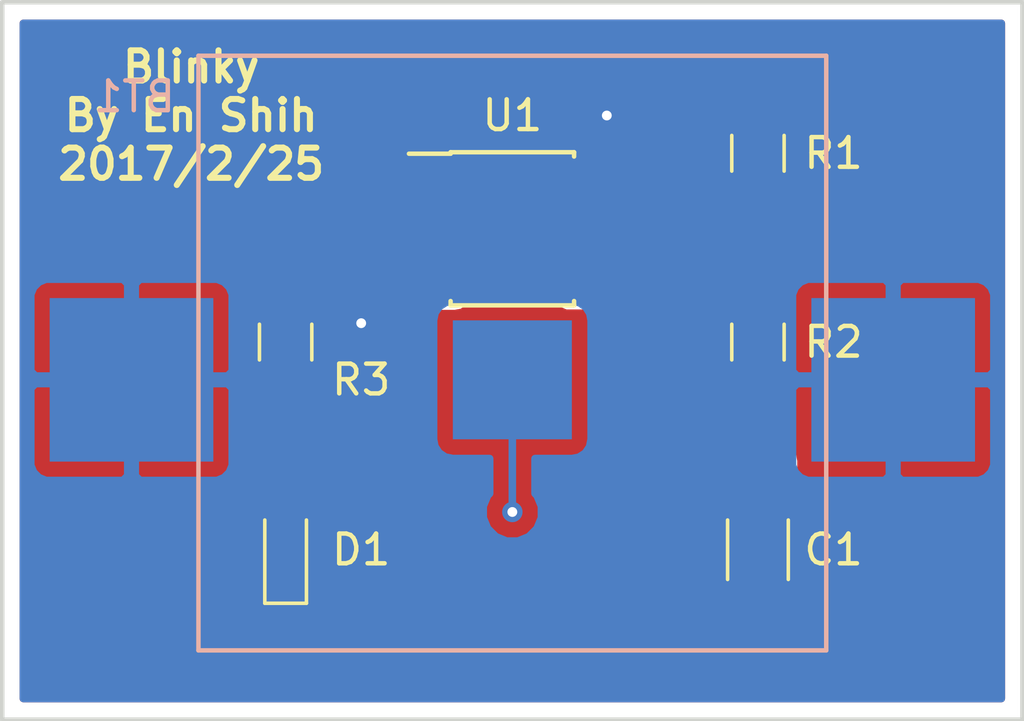
<source format=kicad_pcb>
(kicad_pcb (version 4) (host pcbnew 4.0.5)

  (general
    (links 15)
    (no_connects 0)
    (area 106.604999 80.886 141.045001 105.485001)
    (thickness 1.6)
    (drawings 5)
    (tracks 27)
    (zones 0)
    (modules 7)
    (nets 7)
  )

  (page A4)
  (layers
    (0 F.Cu signal)
    (31 B.Cu signal hide)
    (32 B.Adhes user)
    (33 F.Adhes user)
    (34 B.Paste user)
    (35 F.Paste user)
    (36 B.SilkS user)
    (37 F.SilkS user)
    (38 B.Mask user)
    (39 F.Mask user)
    (40 Dwgs.User user)
    (41 Cmts.User user)
    (42 Eco1.User user)
    (43 Eco2.User user)
    (44 Edge.Cuts user)
    (45 Margin user)
    (46 B.CrtYd user)
    (47 F.CrtYd user)
    (48 B.Fab user)
    (49 F.Fab user)
  )

  (setup
    (last_trace_width 0.254)
    (trace_clearance 0.254)
    (zone_clearance 0.508)
    (zone_45_only no)
    (trace_min 0.1524)
    (segment_width 0.2)
    (edge_width 0.15)
    (via_size 0.6858)
    (via_drill 0.3302)
    (via_min_size 0.6858)
    (via_min_drill 0.3302)
    (uvia_size 0.3)
    (uvia_drill 0.1)
    (uvias_allowed no)
    (uvia_min_size 0)
    (uvia_min_drill 0)
    (pcb_text_width 0.3)
    (pcb_text_size 1.5 1.5)
    (mod_edge_width 0.15)
    (mod_text_size 1 1)
    (mod_text_width 0.15)
    (pad_size 1.524 1.524)
    (pad_drill 0.762)
    (pad_to_mask_clearance 0.2)
    (aux_axis_origin 0 0)
    (visible_elements FFFFFF7F)
    (pcbplotparams
      (layerselection 0x010f0_80000001)
      (usegerberextensions false)
      (excludeedgelayer true)
      (linewidth 0.100000)
      (plotframeref false)
      (viasonmask false)
      (mode 1)
      (useauxorigin false)
      (hpglpennumber 1)
      (hpglpenspeed 20)
      (hpglpendiameter 15)
      (hpglpenoverlay 2)
      (psnegative false)
      (psa4output false)
      (plotreference true)
      (plotvalue false)
      (plotinvisibletext false)
      (padsonsilk false)
      (subtractmaskfromsilk true)
      (outputformat 1)
      (mirror false)
      (drillshape 0)
      (scaleselection 1)
      (outputdirectory GERBERS/))
  )

  (net 0 "")
  (net 1 "Net-(C1-Pad1)")
  (net 2 GND)
  (net 3 "Net-(D1-Pad2)")
  (net 4 /VDD)
  (net 5 "Net-(R1-Pad2)")
  (net 6 "Net-(R3-Pad1)")

  (net_class Default "This is the default net class."
    (clearance 0.254)
    (trace_width 0.254)
    (via_dia 0.6858)
    (via_drill 0.3302)
    (uvia_dia 0.3)
    (uvia_drill 0.1)
    (add_net /VDD)
    (add_net GND)
    (add_net "Net-(C1-Pad1)")
    (add_net "Net-(D1-Pad2)")
    (add_net "Net-(R1-Pad2)")
    (add_net "Net-(R3-Pad1)")
  )

  (module Capacitors_SMD:C_1206_HandSoldering (layer F.Cu) (tedit 58B13B22) (tstamp 58B12620)
    (at 132.08 99.695 270)
    (descr "Capacitor SMD 1206, hand soldering")
    (tags "capacitor 1206")
    (path /58B121C9)
    (attr smd)
    (fp_text reference C1 (at 0 -2.54 360) (layer F.SilkS)
      (effects (font (size 1 1) (thickness 0.15)))
    )
    (fp_text value 1u (at 0 2 270) (layer F.Fab)
      (effects (font (size 1 1) (thickness 0.15)))
    )
    (fp_text user %R (at 0 -2.54 360) (layer F.Fab)
      (effects (font (size 1 1) (thickness 0.15)))
    )
    (fp_line (start -1.6 0.8) (end -1.6 -0.8) (layer F.Fab) (width 0.1))
    (fp_line (start 1.6 0.8) (end -1.6 0.8) (layer F.Fab) (width 0.1))
    (fp_line (start 1.6 -0.8) (end 1.6 0.8) (layer F.Fab) (width 0.1))
    (fp_line (start -1.6 -0.8) (end 1.6 -0.8) (layer F.Fab) (width 0.1))
    (fp_line (start 1 -1.02) (end -1 -1.02) (layer F.SilkS) (width 0.12))
    (fp_line (start -1 1.02) (end 1 1.02) (layer F.SilkS) (width 0.12))
    (fp_line (start -3.25 -1.05) (end 3.25 -1.05) (layer F.CrtYd) (width 0.05))
    (fp_line (start -3.25 -1.05) (end -3.25 1.05) (layer F.CrtYd) (width 0.05))
    (fp_line (start 3.25 1.05) (end 3.25 -1.05) (layer F.CrtYd) (width 0.05))
    (fp_line (start 3.25 1.05) (end -3.25 1.05) (layer F.CrtYd) (width 0.05))
    (pad 1 smd rect (at -2 0 270) (size 2 1.6) (layers F.Cu F.Paste F.Mask)
      (net 1 "Net-(C1-Pad1)"))
    (pad 2 smd rect (at 2 0 270) (size 2 1.6) (layers F.Cu F.Paste F.Mask)
      (net 2 GND))
    (model Capacitors_SMD.3dshapes/C_1206.wrl
      (at (xyz 0 0 0))
      (scale (xyz 1 1 1))
      (rotate (xyz 0 0 0))
    )
  )

  (module LEDs:LED_0805 (layer F.Cu) (tedit 58B13BAD) (tstamp 58B12626)
    (at 116.205 99.695 90)
    (descr "LED 0805 smd package")
    (tags "LED led 0805 SMD smd SMT smt smdled SMDLED smtled SMTLED")
    (path /58B12545)
    (attr smd)
    (fp_text reference D1 (at 0 2.54 180) (layer F.SilkS)
      (effects (font (size 1 1) (thickness 0.15)))
    )
    (fp_text value LED_ALT (at 0 1.55 90) (layer F.Fab)
      (effects (font (size 1 1) (thickness 0.15)))
    )
    (fp_line (start -1.8 -0.7) (end -1.8 0.7) (layer F.SilkS) (width 0.12))
    (fp_line (start -0.4 -0.4) (end -0.4 0.4) (layer F.Fab) (width 0.1))
    (fp_line (start -0.4 0) (end 0.2 -0.4) (layer F.Fab) (width 0.1))
    (fp_line (start 0.2 0.4) (end -0.4 0) (layer F.Fab) (width 0.1))
    (fp_line (start 0.2 -0.4) (end 0.2 0.4) (layer F.Fab) (width 0.1))
    (fp_line (start 1 0.6) (end -1 0.6) (layer F.Fab) (width 0.1))
    (fp_line (start 1 -0.6) (end 1 0.6) (layer F.Fab) (width 0.1))
    (fp_line (start -1 -0.6) (end 1 -0.6) (layer F.Fab) (width 0.1))
    (fp_line (start -1 0.6) (end -1 -0.6) (layer F.Fab) (width 0.1))
    (fp_line (start -1.8 0.7) (end 1 0.7) (layer F.SilkS) (width 0.12))
    (fp_line (start -1.8 -0.7) (end 1 -0.7) (layer F.SilkS) (width 0.12))
    (fp_line (start 1.95 -0.85) (end 1.95 0.85) (layer F.CrtYd) (width 0.05))
    (fp_line (start 1.95 0.85) (end -1.95 0.85) (layer F.CrtYd) (width 0.05))
    (fp_line (start -1.95 0.85) (end -1.95 -0.85) (layer F.CrtYd) (width 0.05))
    (fp_line (start -1.95 -0.85) (end 1.95 -0.85) (layer F.CrtYd) (width 0.05))
    (pad 2 smd rect (at 1.1 0 270) (size 1.2 1.2) (layers F.Cu F.Paste F.Mask)
      (net 3 "Net-(D1-Pad2)"))
    (pad 1 smd rect (at -1.1 0 270) (size 1.2 1.2) (layers F.Cu F.Paste F.Mask)
      (net 2 GND))
    (model LEDs.3dshapes/LED_0805.wrl
      (at (xyz 0 0 0))
      (scale (xyz 1 1 1))
      (rotate (xyz 0 0 180))
    )
  )

  (module Resistors_SMD:R_0805_HandSoldering (layer F.Cu) (tedit 58B13B36) (tstamp 58B1262C)
    (at 132.08 86.36 270)
    (descr "Resistor SMD 0805, hand soldering")
    (tags "resistor 0805")
    (path /58B1204A)
    (attr smd)
    (fp_text reference R1 (at 0 -2.54 360) (layer F.SilkS)
      (effects (font (size 1 1) (thickness 0.15)))
    )
    (fp_text value 1K (at 0 1.75 270) (layer F.Fab)
      (effects (font (size 1 1) (thickness 0.15)))
    )
    (fp_text user %R (at 0 -2.54 360) (layer F.Fab)
      (effects (font (size 1 1) (thickness 0.15)))
    )
    (fp_line (start -1 0.62) (end -1 -0.62) (layer F.Fab) (width 0.1))
    (fp_line (start 1 0.62) (end -1 0.62) (layer F.Fab) (width 0.1))
    (fp_line (start 1 -0.62) (end 1 0.62) (layer F.Fab) (width 0.1))
    (fp_line (start -1 -0.62) (end 1 -0.62) (layer F.Fab) (width 0.1))
    (fp_line (start 0.6 0.88) (end -0.6 0.88) (layer F.SilkS) (width 0.12))
    (fp_line (start -0.6 -0.88) (end 0.6 -0.88) (layer F.SilkS) (width 0.12))
    (fp_line (start -2.35 -0.9) (end 2.35 -0.9) (layer F.CrtYd) (width 0.05))
    (fp_line (start -2.35 -0.9) (end -2.35 0.9) (layer F.CrtYd) (width 0.05))
    (fp_line (start 2.35 0.9) (end 2.35 -0.9) (layer F.CrtYd) (width 0.05))
    (fp_line (start 2.35 0.9) (end -2.35 0.9) (layer F.CrtYd) (width 0.05))
    (pad 1 smd rect (at -1.35 0 270) (size 1.5 1.3) (layers F.Cu F.Paste F.Mask)
      (net 4 /VDD))
    (pad 2 smd rect (at 1.35 0 270) (size 1.5 1.3) (layers F.Cu F.Paste F.Mask)
      (net 5 "Net-(R1-Pad2)"))
    (model Resistors_SMD.3dshapes/R_0805.wrl
      (at (xyz 0 0 0))
      (scale (xyz 1 1 1))
      (rotate (xyz 0 0 0))
    )
  )

  (module Resistors_SMD:R_0805_HandSoldering (layer F.Cu) (tedit 58B13B99) (tstamp 58B12632)
    (at 132.08 92.71 270)
    (descr "Resistor SMD 0805, hand soldering")
    (tags "resistor 0805")
    (path /58B1218F)
    (attr smd)
    (fp_text reference R2 (at 0 -2.54 360) (layer F.SilkS)
      (effects (font (size 1 1) (thickness 0.15)))
    )
    (fp_text value 470K (at 0 1.75 270) (layer F.Fab)
      (effects (font (size 1 1) (thickness 0.15)))
    )
    (fp_text user %R (at 0 -2.54 540) (layer F.Fab)
      (effects (font (size 1 1) (thickness 0.15)))
    )
    (fp_line (start -1 0.62) (end -1 -0.62) (layer F.Fab) (width 0.1))
    (fp_line (start 1 0.62) (end -1 0.62) (layer F.Fab) (width 0.1))
    (fp_line (start 1 -0.62) (end 1 0.62) (layer F.Fab) (width 0.1))
    (fp_line (start -1 -0.62) (end 1 -0.62) (layer F.Fab) (width 0.1))
    (fp_line (start 0.6 0.88) (end -0.6 0.88) (layer F.SilkS) (width 0.12))
    (fp_line (start -0.6 -0.88) (end 0.6 -0.88) (layer F.SilkS) (width 0.12))
    (fp_line (start -2.35 -0.9) (end 2.35 -0.9) (layer F.CrtYd) (width 0.05))
    (fp_line (start -2.35 -0.9) (end -2.35 0.9) (layer F.CrtYd) (width 0.05))
    (fp_line (start 2.35 0.9) (end 2.35 -0.9) (layer F.CrtYd) (width 0.05))
    (fp_line (start 2.35 0.9) (end -2.35 0.9) (layer F.CrtYd) (width 0.05))
    (pad 1 smd rect (at -1.35 0 270) (size 1.5 1.3) (layers F.Cu F.Paste F.Mask)
      (net 5 "Net-(R1-Pad2)"))
    (pad 2 smd rect (at 1.35 0 270) (size 1.5 1.3) (layers F.Cu F.Paste F.Mask)
      (net 1 "Net-(C1-Pad1)"))
    (model Resistors_SMD.3dshapes/R_0805.wrl
      (at (xyz 0 0 0))
      (scale (xyz 1 1 1))
      (rotate (xyz 0 0 0))
    )
  )

  (module Resistors_SMD:R_0805_HandSoldering (layer F.Cu) (tedit 58B13B13) (tstamp 58B12638)
    (at 116.205 92.71 270)
    (descr "Resistor SMD 0805, hand soldering")
    (tags "resistor 0805")
    (path /58B12464)
    (attr smd)
    (fp_text reference R3 (at 1.27 -2.54 360) (layer F.SilkS)
      (effects (font (size 1 1) (thickness 0.15)))
    )
    (fp_text value 1K (at 0 1.75 270) (layer F.Fab)
      (effects (font (size 1 1) (thickness 0.15)))
    )
    (fp_text user %R (at 1.27 -2.54 360) (layer F.Fab)
      (effects (font (size 1 1) (thickness 0.15)))
    )
    (fp_line (start -1 0.62) (end -1 -0.62) (layer F.Fab) (width 0.1))
    (fp_line (start 1 0.62) (end -1 0.62) (layer F.Fab) (width 0.1))
    (fp_line (start 1 -0.62) (end 1 0.62) (layer F.Fab) (width 0.1))
    (fp_line (start -1 -0.62) (end 1 -0.62) (layer F.Fab) (width 0.1))
    (fp_line (start 0.6 0.88) (end -0.6 0.88) (layer F.SilkS) (width 0.12))
    (fp_line (start -0.6 -0.88) (end 0.6 -0.88) (layer F.SilkS) (width 0.12))
    (fp_line (start -2.35 -0.9) (end 2.35 -0.9) (layer F.CrtYd) (width 0.05))
    (fp_line (start -2.35 -0.9) (end -2.35 0.9) (layer F.CrtYd) (width 0.05))
    (fp_line (start 2.35 0.9) (end 2.35 -0.9) (layer F.CrtYd) (width 0.05))
    (fp_line (start 2.35 0.9) (end -2.35 0.9) (layer F.CrtYd) (width 0.05))
    (pad 1 smd rect (at -1.35 0 270) (size 1.5 1.3) (layers F.Cu F.Paste F.Mask)
      (net 6 "Net-(R3-Pad1)"))
    (pad 2 smd rect (at 1.35 0 270) (size 1.5 1.3) (layers F.Cu F.Paste F.Mask)
      (net 3 "Net-(D1-Pad2)"))
    (model Resistors_SMD.3dshapes/R_0805.wrl
      (at (xyz 0 0 0))
      (scale (xyz 1 1 1))
      (rotate (xyz 0 0 0))
    )
  )

  (module Housings_SOIC:SOIC-8_3.9x4.9mm_Pitch1.27mm (layer F.Cu) (tedit 58B13B2A) (tstamp 58B12644)
    (at 123.825 88.9)
    (descr "8-Lead Plastic Small Outline (SN) - Narrow, 3.90 mm Body [SOIC] (see Microchip Packaging Specification 00000049BS.pdf)")
    (tags "SOIC 1.27")
    (path /58B11DDE)
    (attr smd)
    (fp_text reference U1 (at 0 -3.81) (layer F.SilkS)
      (effects (font (size 1 1) (thickness 0.15)))
    )
    (fp_text value 7555 (at 0 3.5) (layer F.Fab)
      (effects (font (size 1 1) (thickness 0.15)))
    )
    (fp_line (start -0.95 -2.45) (end 1.95 -2.45) (layer F.Fab) (width 0.15))
    (fp_line (start 1.95 -2.45) (end 1.95 2.45) (layer F.Fab) (width 0.15))
    (fp_line (start 1.95 2.45) (end -1.95 2.45) (layer F.Fab) (width 0.15))
    (fp_line (start -1.95 2.45) (end -1.95 -1.45) (layer F.Fab) (width 0.15))
    (fp_line (start -1.95 -1.45) (end -0.95 -2.45) (layer F.Fab) (width 0.15))
    (fp_line (start -3.75 -2.75) (end -3.75 2.75) (layer F.CrtYd) (width 0.05))
    (fp_line (start 3.75 -2.75) (end 3.75 2.75) (layer F.CrtYd) (width 0.05))
    (fp_line (start -3.75 -2.75) (end 3.75 -2.75) (layer F.CrtYd) (width 0.05))
    (fp_line (start -3.75 2.75) (end 3.75 2.75) (layer F.CrtYd) (width 0.05))
    (fp_line (start -2.075 -2.575) (end -2.075 -2.525) (layer F.SilkS) (width 0.15))
    (fp_line (start 2.075 -2.575) (end 2.075 -2.43) (layer F.SilkS) (width 0.15))
    (fp_line (start 2.075 2.575) (end 2.075 2.43) (layer F.SilkS) (width 0.15))
    (fp_line (start -2.075 2.575) (end -2.075 2.43) (layer F.SilkS) (width 0.15))
    (fp_line (start -2.075 -2.575) (end 2.075 -2.575) (layer F.SilkS) (width 0.15))
    (fp_line (start -2.075 2.575) (end 2.075 2.575) (layer F.SilkS) (width 0.15))
    (fp_line (start -2.075 -2.525) (end -3.475 -2.525) (layer F.SilkS) (width 0.15))
    (pad 1 smd rect (at -2.7 -1.905) (size 1.55 0.6) (layers F.Cu F.Paste F.Mask)
      (net 2 GND))
    (pad 2 smd rect (at -2.7 -0.635) (size 1.55 0.6) (layers F.Cu F.Paste F.Mask)
      (net 1 "Net-(C1-Pad1)"))
    (pad 3 smd rect (at -2.7 0.635) (size 1.55 0.6) (layers F.Cu F.Paste F.Mask)
      (net 6 "Net-(R3-Pad1)"))
    (pad 4 smd rect (at -2.7 1.905) (size 1.55 0.6) (layers F.Cu F.Paste F.Mask)
      (net 4 /VDD))
    (pad 5 smd rect (at 2.7 1.905) (size 1.55 0.6) (layers F.Cu F.Paste F.Mask)
      (net 2 GND))
    (pad 6 smd rect (at 2.7 0.635) (size 1.55 0.6) (layers F.Cu F.Paste F.Mask)
      (net 1 "Net-(C1-Pad1)"))
    (pad 7 smd rect (at 2.7 -0.635) (size 1.55 0.6) (layers F.Cu F.Paste F.Mask)
      (net 5 "Net-(R1-Pad2)"))
    (pad 8 smd rect (at 2.7 -1.905) (size 1.55 0.6) (layers F.Cu F.Paste F.Mask)
      (net 4 /VDD))
    (model Housings_SOIC.3dshapes/SOIC-8_3.9x4.9mm_Pitch1.27mm.wrl
      (at (xyz 0 0 0))
      (scale (xyz 1 1 1))
      (rotate (xyz 0 0 0))
    )
  )

  (module Blinky:S8211R (layer B.Cu) (tedit 58B13A6A) (tstamp 58B129D2)
    (at 123.825 93.98 180)
    (path /58B129B8)
    (fp_text reference BT1 (at 12.7 9.525 180) (layer B.SilkS)
      (effects (font (size 1 1) (thickness 0.15)) (justify mirror))
    )
    (fp_text value Battery (at -7.62 12.065 180) (layer B.Fab)
      (effects (font (size 1 1) (thickness 0.15)) (justify mirror))
    )
    (fp_line (start -10.55 10.9) (end -10.55 -9.1) (layer B.SilkS) (width 0.15))
    (fp_line (start 10.55 -9.1) (end 10.55 10.9) (layer B.SilkS) (width 0.15))
    (fp_line (start -10.55 -9.1) (end 10.55 -9.1) (layer B.SilkS) (width 0.15))
    (fp_line (start -10.55 10.9) (end 10.55 10.9) (layer B.SilkS) (width 0.15))
    (pad 2 smd rect (at 0 0 180) (size 4 4) (layers B.Cu B.Paste B.Mask)
      (net 2 GND))
    (pad 1 smd rect (at -12.8 0 180) (size 5.5 5.5) (layers B.Cu B.Paste B.Mask)
      (net 4 /VDD))
    (pad 1 smd rect (at 12.8 0 180) (size 5.5 5.5) (layers B.Cu B.Paste B.Mask)
      (net 4 /VDD))
  )

  (gr_text "Blinky\nBy En Shih\n2017/2/25" (at 113.03 85.09) (layer F.SilkS)
    (effects (font (size 1.016 1.016) (thickness 0.2032)))
  )
  (gr_line (start 140.97 105.41) (end 106.68 105.41) (angle 90) (layer Edge.Cuts) (width 0.15))
  (gr_line (start 140.97 81.28) (end 140.97 105.41) (angle 90) (layer Edge.Cuts) (width 0.15))
  (gr_line (start 106.68 81.28) (end 140.97 81.28) (angle 90) (layer Edge.Cuts) (width 0.15))
  (gr_line (start 106.68 105.41) (end 106.68 81.28) (angle 90) (layer Edge.Cuts) (width 0.15))

  (segment (start 126.525 89.535) (end 127.635 89.535) (width 0.254) (layer F.Cu) (net 1))
  (segment (start 130.255 94.06) (end 132.08 94.06) (width 0.254) (layer F.Cu) (net 1) (tstamp 58B134EE))
  (segment (start 129.54 93.345) (end 130.255 94.06) (width 0.254) (layer F.Cu) (net 1) (tstamp 58B134ED))
  (segment (start 129.54 91.44) (end 129.54 93.345) (width 0.254) (layer F.Cu) (net 1) (tstamp 58B134EB))
  (segment (start 127.635 89.535) (end 129.54 91.44) (width 0.254) (layer F.Cu) (net 1) (tstamp 58B134E7))
  (segment (start 121.125 88.265) (end 122.555 88.265) (width 0.254) (layer F.Cu) (net 1))
  (segment (start 123.825 89.535) (end 126.525 89.535) (width 0.254) (layer F.Cu) (net 1) (tstamp 58B134CE))
  (segment (start 122.555 88.265) (end 123.825 89.535) (width 0.254) (layer F.Cu) (net 1) (tstamp 58B134CC))
  (segment (start 132.08 94.06) (end 132.08 97.695) (width 0.254) (layer F.Cu) (net 1))
  (segment (start 123.825 93.98) (end 123.825 98.425) (width 0.254) (layer B.Cu) (net 2))
  (via (at 123.825 98.425) (size 0.6858) (drill 0.3302) (layers F.Cu B.Cu) (net 2))
  (segment (start 116.205 94.06) (end 116.205 98.595) (width 0.254) (layer F.Cu) (net 3))
  (segment (start 121.125 90.805) (end 120.015 90.805) (width 0.254) (layer F.Cu) (net 4))
  (via (at 118.745 92.075) (size 0.6858) (drill 0.3302) (layers F.Cu B.Cu) (net 4))
  (segment (start 120.015 90.805) (end 118.745 92.075) (width 0.254) (layer F.Cu) (net 4) (tstamp 58B13476))
  (segment (start 126.525 86.995) (end 126.525 85.565) (width 0.254) (layer F.Cu) (net 4))
  (via (at 127 85.09) (size 0.6858) (drill 0.3302) (layers F.Cu B.Cu) (net 4))
  (segment (start 126.525 85.565) (end 127 85.09) (width 0.254) (layer F.Cu) (net 4) (tstamp 58B13438))
  (segment (start 126.525 86.995) (end 128.905 86.995) (width 0.254) (layer F.Cu) (net 4))
  (segment (start 130.89 85.01) (end 132.08 85.01) (width 0.254) (layer F.Cu) (net 4) (tstamp 58B130E1))
  (segment (start 128.905 86.995) (end 130.89 85.01) (width 0.254) (layer F.Cu) (net 4) (tstamp 58B130DE))
  (segment (start 126.525 88.265) (end 129.54 88.265) (width 0.254) (layer F.Cu) (net 5))
  (segment (start 130.095 87.71) (end 132.08 87.71) (width 0.254) (layer F.Cu) (net 5) (tstamp 58B1313E))
  (segment (start 129.54 88.265) (end 130.095 87.71) (width 0.254) (layer F.Cu) (net 5) (tstamp 58B13139))
  (segment (start 132.08 87.71) (end 132.08 91.36) (width 0.254) (layer F.Cu) (net 5))
  (segment (start 121.125 89.535) (end 118.03 89.535) (width 0.254) (layer F.Cu) (net 6))
  (segment (start 118.03 89.535) (end 116.205 91.36) (width 0.254) (layer F.Cu) (net 6) (tstamp 58B1315D))

  (zone (net 2) (net_name GND) (layer F.Cu) (tstamp 58B13203) (hatch edge 0.508)
    (connect_pads (clearance 0.508))
    (min_thickness 0.254)
    (fill yes (arc_segments 16) (thermal_gap 0.508) (thermal_bridge_width 0.508))
    (polygon
      (pts
        (xy 106.68 81.28) (xy 106.68 105.41) (xy 140.97 105.41) (xy 140.97 81.28)
      )
    )
    (filled_polygon
      (pts
        (xy 140.26 104.7) (xy 107.39 104.7) (xy 107.39 101.08075) (xy 114.97 101.08075) (xy 114.97 101.521309)
        (xy 115.066673 101.754698) (xy 115.245301 101.933327) (xy 115.47869 102.03) (xy 115.91925 102.03) (xy 116.078 101.87125)
        (xy 116.078 100.922) (xy 116.332 100.922) (xy 116.332 101.87125) (xy 116.49075 102.03) (xy 116.93131 102.03)
        (xy 117.050209 101.98075) (xy 130.645 101.98075) (xy 130.645 102.821309) (xy 130.741673 103.054698) (xy 130.920301 103.233327)
        (xy 131.15369 103.33) (xy 131.79425 103.33) (xy 131.953 103.17125) (xy 131.953 101.822) (xy 132.207 101.822)
        (xy 132.207 103.17125) (xy 132.36575 103.33) (xy 133.00631 103.33) (xy 133.239699 103.233327) (xy 133.418327 103.054698)
        (xy 133.515 102.821309) (xy 133.515 101.98075) (xy 133.35625 101.822) (xy 132.207 101.822) (xy 131.953 101.822)
        (xy 130.80375 101.822) (xy 130.645 101.98075) (xy 117.050209 101.98075) (xy 117.164699 101.933327) (xy 117.343327 101.754698)
        (xy 117.44 101.521309) (xy 117.44 101.08075) (xy 117.28125 100.922) (xy 116.332 100.922) (xy 116.078 100.922)
        (xy 115.12875 100.922) (xy 114.97 101.08075) (xy 107.39 101.08075) (xy 107.39 90.61) (xy 114.90756 90.61)
        (xy 114.90756 92.11) (xy 114.951838 92.345317) (xy 115.09091 92.561441) (xy 115.30311 92.706431) (xy 115.316197 92.709081)
        (xy 115.103559 92.84591) (xy 114.958569 93.05811) (xy 114.90756 93.31) (xy 114.90756 94.81) (xy 114.951838 95.045317)
        (xy 115.09091 95.261441) (xy 115.30311 95.406431) (xy 115.443 95.434759) (xy 115.443 97.378042) (xy 115.369683 97.391838)
        (xy 115.153559 97.53091) (xy 115.008569 97.74311) (xy 114.95756 97.995) (xy 114.95756 99.195) (xy 115.001838 99.430317)
        (xy 115.14091 99.646441) (xy 115.209006 99.692969) (xy 115.066673 99.835302) (xy 114.97 100.068691) (xy 114.97 100.50925)
        (xy 115.12875 100.668) (xy 116.078 100.668) (xy 116.078 100.648) (xy 116.332 100.648) (xy 116.332 100.668)
        (xy 117.28125 100.668) (xy 117.380559 100.568691) (xy 130.645 100.568691) (xy 130.645 101.40925) (xy 130.80375 101.568)
        (xy 131.953 101.568) (xy 131.953 100.21875) (xy 132.207 100.21875) (xy 132.207 101.568) (xy 133.35625 101.568)
        (xy 133.515 101.40925) (xy 133.515 100.568691) (xy 133.418327 100.335302) (xy 133.239699 100.156673) (xy 133.00631 100.06)
        (xy 132.36575 100.06) (xy 132.207 100.21875) (xy 131.953 100.21875) (xy 131.79425 100.06) (xy 131.15369 100.06)
        (xy 130.920301 100.156673) (xy 130.741673 100.335302) (xy 130.645 100.568691) (xy 117.380559 100.568691) (xy 117.44 100.50925)
        (xy 117.44 100.068691) (xy 117.343327 99.835302) (xy 117.20209 99.694064) (xy 117.256441 99.65909) (xy 117.401431 99.44689)
        (xy 117.45244 99.195) (xy 117.45244 97.995) (xy 117.408162 97.759683) (xy 117.26909 97.543559) (xy 117.05689 97.398569)
        (xy 116.967 97.380366) (xy 116.967 95.436366) (xy 117.090317 95.413162) (xy 117.306441 95.27409) (xy 117.451431 95.06189)
        (xy 117.50244 94.81) (xy 117.50244 93.31) (xy 117.458162 93.074683) (xy 117.31909 92.858559) (xy 117.10689 92.713569)
        (xy 117.093803 92.710919) (xy 117.306441 92.57409) (xy 117.451431 92.36189) (xy 117.50244 92.11) (xy 117.50244 91.14019)
        (xy 118.345631 90.297) (xy 119.445369 90.297) (xy 118.645357 91.097013) (xy 118.551337 91.096931) (xy 118.191788 91.245493)
        (xy 117.91646 91.520341) (xy 117.76727 91.87963) (xy 117.766931 92.268663) (xy 117.915493 92.628212) (xy 118.190341 92.90354)
        (xy 118.54963 93.05273) (xy 118.938663 93.053069) (xy 119.298212 92.904507) (xy 119.57354 92.629659) (xy 119.72273 92.27037)
        (xy 119.722813 92.174817) (xy 120.179681 91.71795) (xy 120.35 91.75244) (xy 121.9 91.75244) (xy 122.135317 91.708162)
        (xy 122.351441 91.56909) (xy 122.496431 91.35689) (xy 122.54744 91.105) (xy 122.54744 91.09075) (xy 125.115 91.09075)
        (xy 125.115 91.23131) (xy 125.211673 91.464699) (xy 125.390302 91.643327) (xy 125.623691 91.74) (xy 126.23925 91.74)
        (xy 126.398 91.58125) (xy 126.398 90.932) (xy 125.27375 90.932) (xy 125.115 91.09075) (xy 122.54744 91.09075)
        (xy 122.54744 90.505) (xy 122.503162 90.269683) (xy 122.439322 90.170472) (xy 122.496431 90.08689) (xy 122.54744 89.835)
        (xy 122.54744 89.33507) (xy 123.286184 90.073815) (xy 123.533395 90.238996) (xy 123.825 90.297) (xy 125.148837 90.297)
        (xy 125.115 90.37869) (xy 125.115 90.51925) (xy 125.27375 90.678) (xy 126.398 90.678) (xy 126.398 90.658)
        (xy 126.652 90.658) (xy 126.652 90.678) (xy 126.672 90.678) (xy 126.672 90.932) (xy 126.652 90.932)
        (xy 126.652 91.58125) (xy 126.81075 91.74) (xy 127.426309 91.74) (xy 127.659698 91.643327) (xy 127.838327 91.464699)
        (xy 127.935 91.23131) (xy 127.935 91.09075) (xy 127.776252 90.932002) (xy 127.935 90.932002) (xy 127.935 90.91263)
        (xy 128.778 91.75563) (xy 128.778 93.345) (xy 128.836004 93.636605) (xy 129.001185 93.883815) (xy 129.716185 94.598816)
        (xy 129.864377 94.697834) (xy 129.963395 94.763996) (xy 130.255 94.822) (xy 130.784818 94.822) (xy 130.826838 95.045317)
        (xy 130.96591 95.261441) (xy 131.17811 95.406431) (xy 131.318 95.434759) (xy 131.318 96.04756) (xy 131.28 96.04756)
        (xy 131.044683 96.091838) (xy 130.828559 96.23091) (xy 130.683569 96.44311) (xy 130.63256 96.695) (xy 130.63256 98.695)
        (xy 130.676838 98.930317) (xy 130.81591 99.146441) (xy 131.02811 99.291431) (xy 131.28 99.34244) (xy 132.88 99.34244)
        (xy 133.115317 99.298162) (xy 133.331441 99.15909) (xy 133.476431 98.94689) (xy 133.52744 98.695) (xy 133.52744 96.695)
        (xy 133.483162 96.459683) (xy 133.34409 96.243559) (xy 133.13189 96.098569) (xy 132.88 96.04756) (xy 132.842 96.04756)
        (xy 132.842 95.436366) (xy 132.965317 95.413162) (xy 133.181441 95.27409) (xy 133.326431 95.06189) (xy 133.37744 94.81)
        (xy 133.37744 93.31) (xy 133.333162 93.074683) (xy 133.19409 92.858559) (xy 132.98189 92.713569) (xy 132.968803 92.710919)
        (xy 133.181441 92.57409) (xy 133.326431 92.36189) (xy 133.37744 92.11) (xy 133.37744 90.61) (xy 133.333162 90.374683)
        (xy 133.19409 90.158559) (xy 132.98189 90.013569) (xy 132.842 89.985241) (xy 132.842 89.086366) (xy 132.965317 89.063162)
        (xy 133.181441 88.92409) (xy 133.326431 88.71189) (xy 133.37744 88.46) (xy 133.37744 86.96) (xy 133.333162 86.724683)
        (xy 133.19409 86.508559) (xy 132.98189 86.363569) (xy 132.968803 86.360919) (xy 133.181441 86.22409) (xy 133.326431 86.01189)
        (xy 133.37744 85.76) (xy 133.37744 84.26) (xy 133.333162 84.024683) (xy 133.19409 83.808559) (xy 132.98189 83.663569)
        (xy 132.73 83.61256) (xy 131.43 83.61256) (xy 131.194683 83.656838) (xy 130.978559 83.79591) (xy 130.833569 84.00811)
        (xy 130.78256 84.26) (xy 130.78256 84.269371) (xy 130.598395 84.306004) (xy 130.478667 84.386004) (xy 130.351185 84.471185)
        (xy 128.58937 86.233) (xy 127.748636 86.233) (xy 127.55189 86.098569) (xy 127.3 86.04756) (xy 127.287 86.04756)
        (xy 127.287 86.029503) (xy 127.553212 85.919507) (xy 127.82854 85.644659) (xy 127.97773 85.28537) (xy 127.978069 84.896337)
        (xy 127.829507 84.536788) (xy 127.554659 84.26146) (xy 127.19537 84.11227) (xy 126.806337 84.111931) (xy 126.446788 84.260493)
        (xy 126.17146 84.535341) (xy 126.02227 84.89463) (xy 126.022187 84.990183) (xy 125.986185 85.026185) (xy 125.821004 85.273395)
        (xy 125.763 85.565) (xy 125.763 86.04756) (xy 125.75 86.04756) (xy 125.514683 86.091838) (xy 125.298559 86.23091)
        (xy 125.153569 86.44311) (xy 125.10256 86.695) (xy 125.10256 87.295) (xy 125.146838 87.530317) (xy 125.210678 87.629528)
        (xy 125.153569 87.71311) (xy 125.10256 87.965) (xy 125.10256 88.565) (xy 125.141698 88.773) (xy 124.140631 88.773)
        (xy 123.093815 87.726185) (xy 123.074247 87.71311) (xy 122.846605 87.561004) (xy 122.555 87.503) (xy 122.501163 87.503)
        (xy 122.535 87.42131) (xy 122.535 87.28075) (xy 122.37625 87.122) (xy 121.252 87.122) (xy 121.252 87.142)
        (xy 120.998 87.142) (xy 120.998 87.122) (xy 119.87375 87.122) (xy 119.715 87.28075) (xy 119.715 87.42131)
        (xy 119.804806 87.638122) (xy 119.753569 87.71311) (xy 119.70256 87.965) (xy 119.70256 88.565) (xy 119.741698 88.773)
        (xy 118.03 88.773) (xy 117.738395 88.831004) (xy 117.639377 88.897166) (xy 117.491185 88.996184) (xy 116.52481 89.96256)
        (xy 115.555 89.96256) (xy 115.319683 90.006838) (xy 115.103559 90.14591) (xy 114.958569 90.35811) (xy 114.90756 90.61)
        (xy 107.39 90.61) (xy 107.39 86.56869) (xy 119.715 86.56869) (xy 119.715 86.70925) (xy 119.87375 86.868)
        (xy 120.998 86.868) (xy 120.998 86.21875) (xy 121.252 86.21875) (xy 121.252 86.868) (xy 122.37625 86.868)
        (xy 122.535 86.70925) (xy 122.535 86.56869) (xy 122.438327 86.335301) (xy 122.259698 86.156673) (xy 122.026309 86.06)
        (xy 121.41075 86.06) (xy 121.252 86.21875) (xy 120.998 86.21875) (xy 120.83925 86.06) (xy 120.223691 86.06)
        (xy 119.990302 86.156673) (xy 119.811673 86.335301) (xy 119.715 86.56869) (xy 107.39 86.56869) (xy 107.39 81.99)
        (xy 140.26 81.99)
      )
    )
  )
  (zone (net 4) (net_name /VDD) (layer B.Cu) (tstamp 58B1326F) (hatch edge 0.508)
    (connect_pads (clearance 0.508))
    (min_thickness 0.254)
    (fill yes (arc_segments 16) (thermal_gap 0.508) (thermal_bridge_width 0.508))
    (polygon
      (pts
        (xy 140.97 105.41) (xy 106.68 105.41) (xy 106.68 81.28) (xy 140.97 81.28)
      )
    )
    (filled_polygon
      (pts
        (xy 140.26 104.7) (xy 107.39 104.7) (xy 107.39 94.26575) (xy 107.64 94.26575) (xy 107.64 96.85631)
        (xy 107.736673 97.089699) (xy 107.915302 97.268327) (xy 108.148691 97.365) (xy 110.73925 97.365) (xy 110.898 97.20625)
        (xy 110.898 94.107) (xy 111.152 94.107) (xy 111.152 97.20625) (xy 111.31075 97.365) (xy 113.901309 97.365)
        (xy 114.134698 97.268327) (xy 114.313327 97.089699) (xy 114.41 96.85631) (xy 114.41 94.26575) (xy 114.25125 94.107)
        (xy 111.152 94.107) (xy 110.898 94.107) (xy 107.79875 94.107) (xy 107.64 94.26575) (xy 107.39 94.26575)
        (xy 107.39 91.10369) (xy 107.64 91.10369) (xy 107.64 93.69425) (xy 107.79875 93.853) (xy 110.898 93.853)
        (xy 110.898 90.75375) (xy 111.152 90.75375) (xy 111.152 93.853) (xy 114.25125 93.853) (xy 114.41 93.69425)
        (xy 114.41 91.98) (xy 121.17756 91.98) (xy 121.17756 95.98) (xy 121.221838 96.215317) (xy 121.36091 96.431441)
        (xy 121.57311 96.576431) (xy 121.825 96.62744) (xy 123.063 96.62744) (xy 123.063 97.803917) (xy 122.99646 97.870341)
        (xy 122.84727 98.22963) (xy 122.846931 98.618663) (xy 122.995493 98.978212) (xy 123.270341 99.25354) (xy 123.62963 99.40273)
        (xy 124.018663 99.403069) (xy 124.378212 99.254507) (xy 124.65354 98.979659) (xy 124.80273 98.62037) (xy 124.803069 98.231337)
        (xy 124.654507 97.871788) (xy 124.587 97.804163) (xy 124.587 96.62744) (xy 125.825 96.62744) (xy 126.060317 96.583162)
        (xy 126.276441 96.44409) (xy 126.421431 96.23189) (xy 126.47244 95.98) (xy 126.47244 94.26575) (xy 133.24 94.26575)
        (xy 133.24 96.85631) (xy 133.336673 97.089699) (xy 133.515302 97.268327) (xy 133.748691 97.365) (xy 136.33925 97.365)
        (xy 136.498 97.20625) (xy 136.498 94.107) (xy 136.752 94.107) (xy 136.752 97.20625) (xy 136.91075 97.365)
        (xy 139.501309 97.365) (xy 139.734698 97.268327) (xy 139.913327 97.089699) (xy 140.01 96.85631) (xy 140.01 94.26575)
        (xy 139.85125 94.107) (xy 136.752 94.107) (xy 136.498 94.107) (xy 133.39875 94.107) (xy 133.24 94.26575)
        (xy 126.47244 94.26575) (xy 126.47244 91.98) (xy 126.428162 91.744683) (xy 126.28909 91.528559) (xy 126.07689 91.383569)
        (xy 125.825 91.33256) (xy 121.825 91.33256) (xy 121.589683 91.376838) (xy 121.373559 91.51591) (xy 121.228569 91.72811)
        (xy 121.17756 91.98) (xy 114.41 91.98) (xy 114.41 91.10369) (xy 133.24 91.10369) (xy 133.24 93.69425)
        (xy 133.39875 93.853) (xy 136.498 93.853) (xy 136.498 90.75375) (xy 136.752 90.75375) (xy 136.752 93.853)
        (xy 139.85125 93.853) (xy 140.01 93.69425) (xy 140.01 91.10369) (xy 139.913327 90.870301) (xy 139.734698 90.691673)
        (xy 139.501309 90.595) (xy 136.91075 90.595) (xy 136.752 90.75375) (xy 136.498 90.75375) (xy 136.33925 90.595)
        (xy 133.748691 90.595) (xy 133.515302 90.691673) (xy 133.336673 90.870301) (xy 133.24 91.10369) (xy 114.41 91.10369)
        (xy 114.313327 90.870301) (xy 114.134698 90.691673) (xy 113.901309 90.595) (xy 111.31075 90.595) (xy 111.152 90.75375)
        (xy 110.898 90.75375) (xy 110.73925 90.595) (xy 108.148691 90.595) (xy 107.915302 90.691673) (xy 107.736673 90.870301)
        (xy 107.64 91.10369) (xy 107.39 91.10369) (xy 107.39 81.99) (xy 140.26 81.99)
      )
    )
  )
)

</source>
